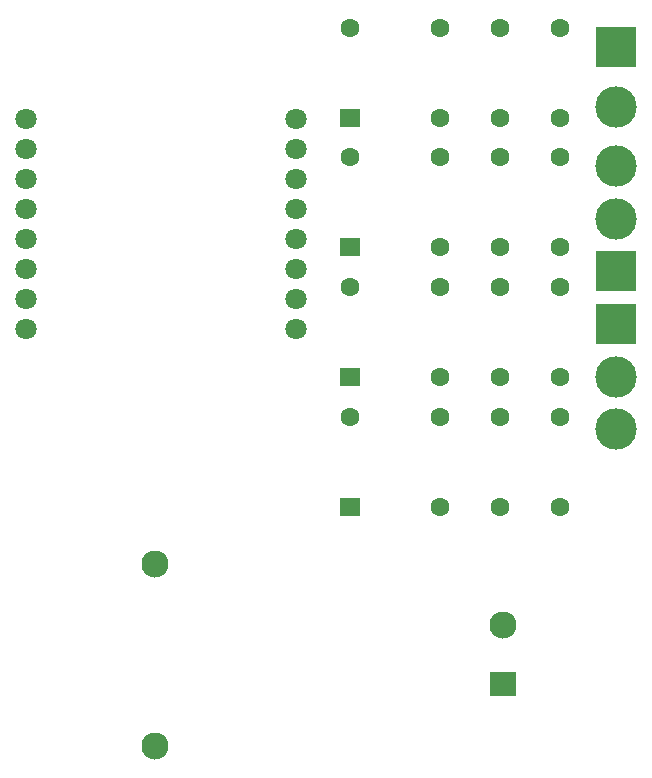
<source format=gbr>
G04 #@! TF.GenerationSoftware,KiCad,Pcbnew,(5.99.0-1932-g3091bb145)*
G04 #@! TF.CreationDate,2020-07-21T07:54:26+02:00*
G04 #@! TF.ProjectId,RESTfan,52455354-6661-46e2-9e6b-696361645f70,rev?*
G04 #@! TF.SameCoordinates,Original*
G04 #@! TF.FileFunction,Soldermask,Top*
G04 #@! TF.FilePolarity,Negative*
%FSLAX46Y46*%
G04 Gerber Fmt 4.6, Leading zero omitted, Abs format (unit mm)*
G04 Created by KiCad (PCBNEW (5.99.0-1932-g3091bb145)) date 2020-07-21 07:54:26*
%MOMM*%
%LPD*%
G01*
G04 APERTURE LIST*
%ADD10C,2.300000*%
%ADD11R,2.300000X2.000000*%
%ADD12C,3.500120*%
%ADD13R,3.500120X3.500120*%
%ADD14C,1.800000*%
%ADD15C,1.600000*%
%ADD16R,1.800000X1.600000*%
G04 APERTURE END LIST*
D10*
X63000000Y-75800000D03*
X92400000Y-81000000D03*
D11*
X92400000Y-86000000D03*
D10*
X63000000Y-91200000D03*
D12*
X102000000Y-64390000D03*
X102000000Y-59945000D03*
D13*
X102000000Y-55500000D03*
D12*
X102000000Y-42110000D03*
X102000000Y-46555000D03*
D13*
X102000000Y-51000000D03*
D12*
X102000000Y-37080000D03*
D13*
X102000000Y-32000000D03*
D14*
X74930000Y-55890000D03*
X52070000Y-55890000D03*
X74930000Y-53350000D03*
X52070000Y-53350000D03*
X74930000Y-50810000D03*
X52070000Y-50810000D03*
X74930000Y-48270000D03*
X52070000Y-48270000D03*
X74930000Y-45730000D03*
X52070000Y-45730000D03*
X74930000Y-43190000D03*
X52070000Y-43190000D03*
X74930000Y-40650000D03*
X52070000Y-40650000D03*
X74930000Y-38110000D03*
X52070000Y-38110000D03*
D15*
X92200000Y-71000000D03*
X97280000Y-71000000D03*
X87120000Y-71000000D03*
X79500000Y-63380000D03*
D16*
X79500000Y-71000000D03*
D15*
X97280000Y-63380000D03*
X92200000Y-63380000D03*
X87120000Y-63380000D03*
X92200000Y-60000000D03*
X97280000Y-60000000D03*
X87120000Y-60000000D03*
X79500000Y-52380000D03*
D16*
X79500000Y-60000000D03*
D15*
X97280000Y-52380000D03*
X92200000Y-52380000D03*
X87120000Y-52380000D03*
X92200000Y-49000000D03*
X97280000Y-49000000D03*
X87120000Y-49000000D03*
X79500000Y-41380000D03*
D16*
X79500000Y-49000000D03*
D15*
X97280000Y-41380000D03*
X92200000Y-41380000D03*
X87120000Y-41380000D03*
X92200000Y-38000000D03*
X97280000Y-38000000D03*
X87120000Y-38000000D03*
X79500000Y-30380000D03*
D16*
X79500000Y-38000000D03*
D15*
X97280000Y-30380000D03*
X92200000Y-30380000D03*
X87120000Y-30380000D03*
M02*

</source>
